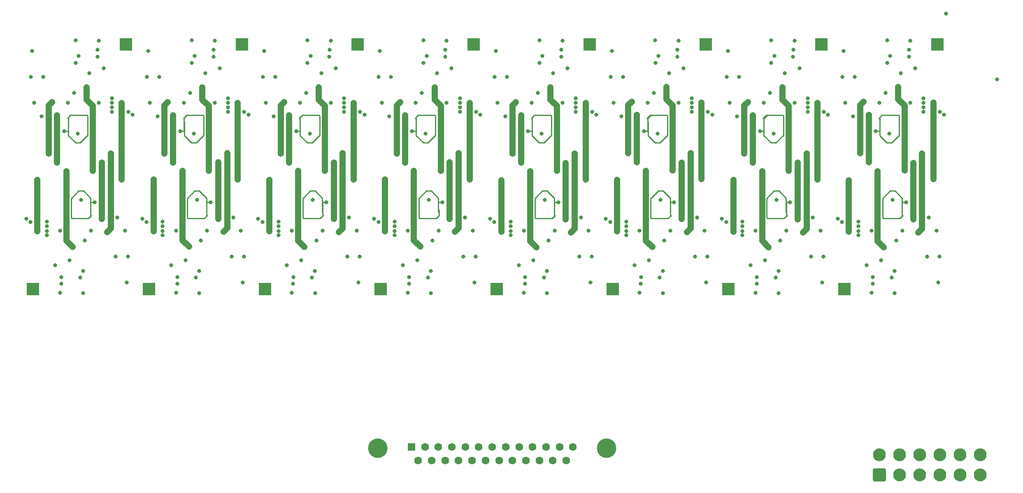
<source format=gbr>
%TF.GenerationSoftware,KiCad,Pcbnew,(6.0.7)*%
%TF.CreationDate,2022-08-12T11:14:58-05:00*%
%TF.ProjectId,SAQ-Readout,5341512d-5265-4616-946f-75742e6b6963,rev?*%
%TF.SameCoordinates,Original*%
%TF.FileFunction,Copper,L3,Inr*%
%TF.FilePolarity,Positive*%
%FSLAX46Y46*%
G04 Gerber Fmt 4.6, Leading zero omitted, Abs format (unit mm)*
G04 Created by KiCad (PCBNEW (6.0.7)) date 2022-08-12 11:14:58*
%MOMM*%
%LPD*%
G01*
G04 APERTURE LIST*
G04 Aperture macros list*
%AMRoundRect*
0 Rectangle with rounded corners*
0 $1 Rounding radius*
0 $2 $3 $4 $5 $6 $7 $8 $9 X,Y pos of 4 corners*
0 Add a 4 corners polygon primitive as box body*
4,1,4,$2,$3,$4,$5,$6,$7,$8,$9,$2,$3,0*
0 Add four circle primitives for the rounded corners*
1,1,$1+$1,$2,$3*
1,1,$1+$1,$4,$5*
1,1,$1+$1,$6,$7*
1,1,$1+$1,$8,$9*
0 Add four rect primitives between the rounded corners*
20,1,$1+$1,$2,$3,$4,$5,0*
20,1,$1+$1,$4,$5,$6,$7,0*
20,1,$1+$1,$6,$7,$8,$9,0*
20,1,$1+$1,$8,$9,$2,$3,0*%
G04 Aperture macros list end*
%TA.AperFunction,ComponentPad*%
%ADD10R,2.500000X2.500000*%
%TD*%
%TA.AperFunction,ComponentPad*%
%ADD11RoundRect,0.250000X1.070000X-1.070000X1.070000X1.070000X-1.070000X1.070000X-1.070000X-1.070000X0*%
%TD*%
%TA.AperFunction,ComponentPad*%
%ADD12C,2.640000*%
%TD*%
%TA.AperFunction,ComponentPad*%
%ADD13C,4.000000*%
%TD*%
%TA.AperFunction,ComponentPad*%
%ADD14R,1.600000X1.600000*%
%TD*%
%TA.AperFunction,ComponentPad*%
%ADD15C,1.600000*%
%TD*%
%TA.AperFunction,ViaPad*%
%ADD16C,0.800000*%
%TD*%
%TA.AperFunction,Conductor*%
%ADD17C,0.250000*%
%TD*%
%TA.AperFunction,Conductor*%
%ADD18C,0.254000*%
%TD*%
%TA.AperFunction,Conductor*%
%ADD19C,1.270000*%
%TD*%
G04 APERTURE END LIST*
D10*
%TO.N,VDD*%
%TO.C,TP2*%
X150918861Y-108060067D03*
%TD*%
%TO.N,VDD*%
%TO.C,TP2*%
X74641077Y-57691867D03*
%TD*%
D11*
%TO.N,GND*%
%TO.C,J2*%
X229666800Y-146304000D03*
D12*
X233806800Y-146304000D03*
%TO.N,+9V*%
X237946800Y-146304000D03*
%TO.N,+5V*%
X242086800Y-146304000D03*
%TO.N,-15V*%
X246226800Y-146304000D03*
%TO.N,+15V*%
X250366800Y-146304000D03*
%TO.N,GND*%
X229666800Y-142164000D03*
X233806800Y-142164000D03*
%TO.N,+9V*%
X237946800Y-142164000D03*
%TO.N,+5V*%
X242086800Y-142164000D03*
%TO.N,-15V*%
X246226800Y-142164000D03*
%TO.N,+15V*%
X250366800Y-142164000D03*
%TD*%
D10*
%TO.N,VDD*%
%TO.C,TP2*%
X217745733Y-57691867D03*
%TD*%
%TO.N,VDD*%
%TO.C,TP2*%
X79366533Y-108060067D03*
%TD*%
%TO.N,VDD*%
%TO.C,TP2*%
X55515757Y-108060067D03*
%TD*%
%TO.N,VDD*%
%TO.C,TP2*%
X170044181Y-57691867D03*
%TD*%
%TO.N,VDD*%
%TO.C,TP2*%
X198620413Y-108060067D03*
%TD*%
%TO.N,VDD*%
%TO.C,TP2*%
X122342629Y-57691867D03*
%TD*%
%TO.N,VDD*%
%TO.C,TP2*%
X241596509Y-57691867D03*
%TD*%
%TO.N,VDD*%
%TO.C,TP2*%
X127068085Y-108060067D03*
%TD*%
%TO.N,VDD*%
%TO.C,TP2*%
X222471189Y-108060067D03*
%TD*%
%TO.N,VDD*%
%TO.C,TP2*%
X174769637Y-108060067D03*
%TD*%
%TO.N,VDD*%
%TO.C,TP2*%
X103217309Y-108060067D03*
%TD*%
%TO.N,VDD*%
%TO.C,TP2*%
X98491853Y-57691867D03*
%TD*%
%TO.N,VDD*%
%TO.C,TP2*%
X193894957Y-57691867D03*
%TD*%
%TO.N,VDD*%
%TO.C,TP2*%
X146193405Y-57691867D03*
%TD*%
D13*
%TO.N,GND*%
%TO.C,J1*%
X126457400Y-140844669D03*
X173557400Y-140844669D03*
D14*
%TO.N,CH5*%
X133387400Y-140544669D03*
D15*
%TO.N,CH7*%
X136157400Y-140544669D03*
%TO.N,CH9*%
X138927400Y-140544669D03*
%TO.N,CH11*%
X141697400Y-140544669D03*
%TO.N,CH13*%
X144467400Y-140544669D03*
%TO.N,CH15*%
X147237400Y-140544669D03*
%TO.N,CH16*%
X150007400Y-140544669D03*
%TO.N,CH14*%
X152777400Y-140544669D03*
%TO.N,CH12*%
X155547400Y-140544669D03*
%TO.N,CH10*%
X158317400Y-140544669D03*
%TO.N,CH8*%
X161087400Y-140544669D03*
%TO.N,CH6*%
X163857400Y-140544669D03*
%TO.N,CH4*%
X166627400Y-140544669D03*
%TO.N,CH3*%
X134772400Y-143384669D03*
%TO.N,CH1*%
X137542400Y-143384669D03*
%TO.N,GND*%
X140312400Y-143384669D03*
X143082400Y-143384669D03*
X145852400Y-143384669D03*
X148622400Y-143384669D03*
X151392400Y-143384669D03*
X154162400Y-143384669D03*
X156932400Y-143384669D03*
X159702400Y-143384669D03*
X162472400Y-143384669D03*
%TO.N,CH2*%
X165242400Y-143384669D03*
%TD*%
D16*
%TO.N,GND*%
X153763661Y-95103867D03*
X153763661Y-94189467D03*
X88789053Y-60054067D03*
X177614437Y-95103867D03*
X162525781Y-63610067D03*
X174971957Y-69706067D03*
X238751709Y-68766267D03*
X102810029Y-64372067D03*
X208323213Y-105697867D03*
X136770885Y-105697867D03*
X187444237Y-90203867D03*
X58360557Y-96985667D03*
X85183133Y-106967867D03*
X146346685Y-106713867D03*
X143348605Y-69680667D03*
X114824229Y-63610067D03*
X128845205Y-72474667D03*
X225315989Y-95103867D03*
X235779909Y-58784067D03*
X176902357Y-64372067D03*
X218153013Y-101379867D03*
X95647053Y-68766267D03*
X71796277Y-71562467D03*
X225315989Y-96071267D03*
X209263013Y-98077867D03*
X69078477Y-56904467D03*
X138675005Y-63610067D03*
X95647053Y-71562467D03*
X164481581Y-56904467D03*
X104994429Y-72474667D03*
X144060685Y-101379867D03*
X98899133Y-101379867D03*
X132884685Y-106967867D03*
X64938277Y-60054067D03*
X176546757Y-72474667D03*
X82211333Y-96985667D03*
X158437261Y-102141867D03*
X63998477Y-67674067D03*
X109668029Y-75548067D03*
X58360557Y-95103867D03*
X58360557Y-96071267D03*
X194302237Y-101379867D03*
X157369581Y-75548067D03*
X177614437Y-96985667D03*
X110735709Y-102141867D03*
X167199381Y-69680667D03*
X92675253Y-58784067D03*
X161561461Y-98077867D03*
X239463789Y-101379867D03*
X74438757Y-96045867D03*
X103064029Y-59038067D03*
X241394189Y-96045867D03*
X55362477Y-59038067D03*
X109033909Y-106967867D03*
X184472437Y-105697867D03*
X238751709Y-70648067D03*
X115891909Y-90203867D03*
X134586485Y-102141867D03*
X90973453Y-63610067D03*
X71796277Y-68766267D03*
X119497829Y-70648067D03*
X204437013Y-106967867D03*
X119497829Y-69680667D03*
X116526029Y-58784067D03*
X198822733Y-69706067D03*
X188078357Y-58784067D03*
X210227333Y-63610067D03*
X82211333Y-95103867D03*
X79213253Y-59038067D03*
X146600685Y-101379867D03*
X238751709Y-71562467D03*
X98645133Y-106713867D03*
X168267061Y-93277267D03*
X137710685Y-98077867D03*
X119497829Y-71562467D03*
X71796277Y-70648067D03*
X150765581Y-59038067D03*
X191050157Y-68766267D03*
X112639829Y-60054067D03*
X159401581Y-67674067D03*
X214900933Y-68766267D03*
X151121181Y-69706067D03*
X170197461Y-106713867D03*
X211929133Y-58784067D03*
X167911461Y-101379867D03*
X224248309Y-72474667D03*
X164227581Y-58784067D03*
X184192157Y-60054067D03*
X228921909Y-75548067D03*
X82211333Y-96071267D03*
X169841861Y-96045867D03*
X129912885Y-96985667D03*
X63034157Y-102141867D03*
X55718077Y-69706067D03*
X201465213Y-94189467D03*
X167199381Y-68766267D03*
X72863957Y-93277267D03*
X143348605Y-70648067D03*
X58360557Y-94189467D03*
X135550805Y-67674067D03*
X119497829Y-68766267D03*
X156481461Y-108847467D03*
X198213133Y-64372067D03*
X174362357Y-64372067D03*
X122140309Y-96045867D03*
X185412237Y-98077867D03*
X239819389Y-93277267D03*
X87849253Y-67674067D03*
X89069333Y-105697867D03*
X143348605Y-71562467D03*
X129200805Y-64372067D03*
X229989589Y-102141867D03*
X225315989Y-94189467D03*
X207103133Y-67674067D03*
X68190357Y-90203867D03*
X211295013Y-90203867D03*
X198467133Y-59038067D03*
X96714733Y-93277267D03*
X57292877Y-72474667D03*
X126660805Y-64372067D03*
X193692637Y-96045867D03*
X214900933Y-69680667D03*
X96359133Y-101379867D03*
X222673509Y-69706067D03*
X180586237Y-106967867D03*
X191050157Y-70648067D03*
X217899013Y-106713867D03*
X79568853Y-69706067D03*
X95647053Y-70648067D03*
X140630805Y-56904467D03*
X84929133Y-108847467D03*
X206138813Y-102141867D03*
X243382800Y-51308000D03*
X186376557Y-63610067D03*
X253847600Y-64871600D03*
X225315989Y-96985667D03*
X145991085Y-96045867D03*
X201465213Y-95103867D03*
X136490605Y-60054067D03*
X222063909Y-64372067D03*
X106062109Y-95103867D03*
X235145789Y-90203867D03*
X181220357Y-75548067D03*
X241749789Y-106713867D03*
X214900933Y-71562467D03*
X67122677Y-63610067D03*
X153051581Y-64372067D03*
X61078357Y-108847467D03*
X177614437Y-96071267D03*
X230953909Y-67674067D03*
X215613013Y-101379867D03*
X144416285Y-93277267D03*
X180332237Y-108847467D03*
X174616357Y-59038067D03*
X120209909Y-101379867D03*
X170451461Y-101379867D03*
X57648477Y-64372067D03*
X106062109Y-96071267D03*
X126914805Y-59038067D03*
X129912885Y-94189467D03*
X192117837Y-93277267D03*
X222317909Y-59038067D03*
X85817253Y-75548067D03*
X236033909Y-56904467D03*
X68824477Y-58784067D03*
X129912885Y-95103867D03*
X242003789Y-101379867D03*
X92041133Y-90203867D03*
X228287789Y-106967867D03*
X177614437Y-94189467D03*
X106062109Y-94189467D03*
X81499253Y-64372067D03*
X72508357Y-101379867D03*
X205071133Y-75548067D03*
X200753133Y-64372067D03*
X191050157Y-69680667D03*
X153763661Y-96985667D03*
X106062109Y-96985667D03*
X111700029Y-67674067D03*
X65218557Y-105697867D03*
X163593461Y-90203867D03*
X108779909Y-108847467D03*
X120565509Y-93277267D03*
X183252357Y-67674067D03*
X113859909Y-98077867D03*
X167199381Y-71562467D03*
X74794357Y-106713867D03*
X160341381Y-60054067D03*
X238751709Y-69680667D03*
X228033789Y-108847467D03*
X152695981Y-72474667D03*
X140376805Y-58784067D03*
X129912885Y-96071267D03*
X153763661Y-96071267D03*
X217543413Y-96045867D03*
X188332357Y-56904467D03*
X105350029Y-64372067D03*
X116780029Y-56904467D03*
X66158357Y-98077867D03*
X194048237Y-106713867D03*
X201465213Y-96985667D03*
X204183013Y-108847467D03*
X61966477Y-75548067D03*
X182288037Y-102141867D03*
X224603909Y-64372067D03*
X215968613Y-93277267D03*
X212183133Y-56904467D03*
X95647053Y-69680667D03*
X71796277Y-69680667D03*
X81143653Y-72474667D03*
X191762237Y-101379867D03*
X55108477Y-64372067D03*
X122749909Y-101379867D03*
X122495909Y-106713867D03*
X98289533Y-96045867D03*
X127270405Y-69706067D03*
X231893709Y-60054067D03*
X86884933Y-102141867D03*
X82211333Y-94189467D03*
X143348605Y-68766267D03*
X132630685Y-108847467D03*
X112920109Y-105697867D03*
X201465213Y-96071267D03*
X160621661Y-105697867D03*
X234078109Y-63610067D03*
X214900933Y-70648067D03*
X75048357Y-101379867D03*
X103419629Y-69706067D03*
X78959253Y-64372067D03*
X92929253Y-56904467D03*
X200397533Y-72474667D03*
X133518805Y-75548067D03*
X232173989Y-105697867D03*
X150511581Y-64372067D03*
X191050157Y-71562467D03*
X61332357Y-106967867D03*
X90009133Y-98077867D03*
X139742685Y-90203867D03*
X167199381Y-70648067D03*
X233113789Y-98077867D03*
X156735461Y-106967867D03*
X208042933Y-60054067D03*
%TO.N,VDD*%
X109059309Y-105570867D03*
X132910085Y-105570867D03*
X147565005Y-72144467D03*
X197248813Y-93607467D03*
X125696485Y-93607467D03*
X149547261Y-93607467D03*
X85208533Y-105570867D03*
X242079109Y-71534867D03*
X194377557Y-71534867D03*
X98974453Y-71534867D03*
X75123677Y-71534867D03*
X123714229Y-72144467D03*
X76012677Y-72144467D03*
X99863453Y-72144467D03*
X55033157Y-94217067D03*
X140351405Y-60181067D03*
X188052957Y-60181067D03*
X156760861Y-105570867D03*
X242968109Y-72144467D03*
X126585485Y-94217067D03*
X171415781Y-72144467D03*
X146676005Y-71534867D03*
X170526781Y-71534867D03*
X61357757Y-105570867D03*
X221099589Y-93607467D03*
X164202181Y-60181067D03*
X211903733Y-60181067D03*
X116500629Y-60181067D03*
X180611637Y-105570867D03*
X173398037Y-93607467D03*
X150436261Y-94217067D03*
X174287037Y-94217067D03*
X219117333Y-72144467D03*
X204462413Y-105570867D03*
X54144157Y-93607467D03*
X195266557Y-72144467D03*
X78883933Y-94217067D03*
X221988589Y-94217067D03*
X198137813Y-94217067D03*
X92649853Y-60181067D03*
X77994933Y-93607467D03*
X235754509Y-60181067D03*
X102734709Y-94217067D03*
X228313189Y-105570867D03*
X101845709Y-93607467D03*
X218228333Y-71534867D03*
X68799077Y-60181067D03*
X122825229Y-71534867D03*
%TO.N,+15V*%
X205833133Y-69706067D03*
X162831461Y-96045867D03*
X70730357Y-96299867D03*
X177969157Y-80120067D03*
X154829581Y-69452067D03*
X142993709Y-80043867D03*
X210533013Y-96045867D03*
X178680357Y-69452067D03*
X106442757Y-80196267D03*
X225695933Y-80120067D03*
X158131581Y-69706067D03*
X82541357Y-80196267D03*
X119168509Y-80094667D03*
X213835013Y-96299867D03*
X58690757Y-80196267D03*
X154169357Y-80196267D03*
X110430029Y-69706067D03*
X107128029Y-69452067D03*
X238396109Y-80170867D03*
X237685789Y-96299867D03*
X226381909Y-69452067D03*
X86579253Y-69706067D03*
X186682237Y-96045867D03*
X214647109Y-80145467D03*
X71467133Y-80120067D03*
X189984237Y-96299867D03*
X166133461Y-96299867D03*
X229683909Y-69706067D03*
X59426477Y-69452067D03*
X118431909Y-96299867D03*
X234383789Y-96045867D03*
X95419509Y-80043867D03*
X134280805Y-69706067D03*
X181982357Y-69706067D03*
X83277253Y-69452067D03*
X115129909Y-96045867D03*
X67428357Y-96045867D03*
X62728477Y-69706067D03*
X130318757Y-80196267D03*
X166895109Y-80170867D03*
X201845157Y-80196267D03*
X190745709Y-80094667D03*
X94581133Y-96299867D03*
X130978805Y-69452067D03*
X142282685Y-96299867D03*
X91279133Y-96045867D03*
X202531133Y-69452067D03*
X138980685Y-96045867D03*
%TO.N,-15V*%
X117271976Y-81864200D03*
X156032024Y-81965800D03*
X60553424Y-81965800D03*
X188332357Y-69706067D03*
X141097176Y-81813400D03*
X212750576Y-81915000D03*
X132630685Y-96045867D03*
X132045605Y-72144467D03*
X228033789Y-96045867D03*
X227558600Y-81889600D03*
X180332237Y-96045867D03*
X164481581Y-69706067D03*
X132181424Y-81965800D03*
X164998576Y-81940400D03*
X93514333Y-93607467D03*
X108305424Y-81965800D03*
X108194829Y-72144467D03*
X60493277Y-72144467D03*
X69663557Y-93607467D03*
X236033909Y-69706067D03*
X212183133Y-69706067D03*
X108779909Y-96045867D03*
X93522976Y-81813400D03*
X116780029Y-69706067D03*
X141215885Y-93607467D03*
X84929133Y-96045867D03*
X140630805Y-69706067D03*
X117365109Y-93607467D03*
X92929253Y-69706067D03*
X204183013Y-96045867D03*
X156481461Y-96045867D03*
X203597933Y-72144467D03*
X212768213Y-93607467D03*
X84404024Y-81965800D03*
X69078477Y-69706067D03*
X69570600Y-81889600D03*
X188917437Y-93607467D03*
X155896381Y-72144467D03*
X179747157Y-72144467D03*
X188849176Y-81864200D03*
X236618989Y-93607467D03*
X165066661Y-93607467D03*
X61078357Y-96045867D03*
X203707824Y-81965800D03*
X227448709Y-72144467D03*
X179831824Y-81889600D03*
X236499576Y-81940400D03*
X84344053Y-72144467D03*
%TO.N,+9V*%
X104090133Y-85495643D03*
X203167013Y-103157867D03*
X237049909Y-62594067D03*
X83913133Y-103157867D03*
X216856557Y-85504867D03*
X80341133Y-85444843D03*
X121454157Y-85504867D03*
X56388757Y-96147467D03*
X175642637Y-96147467D03*
X223344189Y-96147467D03*
X179316237Y-103157867D03*
X73702157Y-85504867D03*
X223317733Y-85571843D03*
X199568733Y-85546443D03*
X73768077Y-69604467D03*
X151816733Y-85571843D03*
X145320405Y-69604467D03*
X199493413Y-96147467D03*
X107763909Y-103157867D03*
X56388757Y-85521043D03*
X151791861Y-96147467D03*
X240707333Y-85428667D03*
X216872733Y-69604467D03*
X97552757Y-85504867D03*
X240723509Y-69604467D03*
X117796029Y-62594067D03*
X127915333Y-85444843D03*
X227017789Y-103157867D03*
X169180757Y-85504867D03*
X193021957Y-69604467D03*
X213199133Y-62594067D03*
X141646805Y-62594067D03*
X97618853Y-69604467D03*
X145330157Y-85504867D03*
X127941085Y-96147467D03*
X169171181Y-69604467D03*
X165497581Y-62594067D03*
X60062357Y-103157867D03*
X192980557Y-85428667D03*
X80239533Y-96147467D03*
X189348357Y-62594067D03*
X104090309Y-96147467D03*
X155465461Y-103157867D03*
X175667333Y-85495643D03*
X93945253Y-62594067D03*
X70094477Y-62594067D03*
X121469629Y-69604467D03*
X131614685Y-103157867D03*
%TO.N,+5V*%
X133866643Y-83582933D03*
X111319909Y-99347867D03*
X63618357Y-99347867D03*
X110041443Y-83633733D03*
X139428891Y-83735333D03*
X233493909Y-66404067D03*
X135170685Y-99347867D03*
X86292443Y-83582933D03*
X229269043Y-83709933D03*
X182872237Y-99347867D03*
X87469133Y-99347867D03*
X161941581Y-66404067D03*
X91651491Y-83735333D03*
X62340067Y-83659133D03*
X66538477Y-66404067D03*
X206723013Y-99347867D03*
X209643133Y-66404067D03*
X230573789Y-99347867D03*
X90389253Y-66404067D03*
X138090805Y-66404067D03*
X159021461Y-99347867D03*
X234806067Y-83659133D03*
X114240029Y-66404067D03*
X115552891Y-83735333D03*
X187079291Y-83659133D03*
X210955291Y-83735333D03*
X157768043Y-83709933D03*
X181618643Y-83633733D03*
X205520043Y-83684533D03*
X185792357Y-66404067D03*
X163279491Y-83735333D03*
X67800891Y-83735333D03*
%TO.N,Net-(C1-Pad2)*%
X207422133Y-61451067D03*
X231272909Y-61451067D03*
X89690133Y-104300867D03*
X232808989Y-108923667D03*
X185107437Y-108923667D03*
X185093237Y-104300867D03*
X135855605Y-56828267D03*
X208958213Y-108923667D03*
X88168253Y-61451067D03*
X208944013Y-104300867D03*
X65839357Y-104300867D03*
X112004829Y-56828267D03*
X183571357Y-61451067D03*
X161256661Y-108923667D03*
X137391685Y-104300867D03*
X64317477Y-61451067D03*
X159706381Y-56828267D03*
X135869805Y-61451067D03*
X232794789Y-104300867D03*
X159720581Y-61451067D03*
X207407933Y-56828267D03*
X88154053Y-56828267D03*
X113555109Y-108923667D03*
X65853557Y-108923667D03*
X231258709Y-56828267D03*
X161242461Y-104300867D03*
X89704333Y-108923667D03*
X64303277Y-56828267D03*
X137405885Y-108923667D03*
X112019029Y-61451067D03*
X183557157Y-56828267D03*
X113540909Y-104300867D03*
%TO.N,/Integrator2/CH-IN*%
X64760477Y-76081467D03*
X208501013Y-89670467D03*
X160163581Y-76081467D03*
X88611253Y-76081467D03*
X136312805Y-76081467D03*
X136948685Y-89670467D03*
X232351789Y-89670467D03*
X112462029Y-76081467D03*
X113097909Y-89670467D03*
X160799461Y-89670467D03*
X89247133Y-89670467D03*
X65396357Y-89670467D03*
X184014357Y-76081467D03*
X231715909Y-76081467D03*
X207865133Y-76081467D03*
X184650237Y-89670467D03*
%TD*%
D17*
%TO.N,GND*%
X114782688Y-93345088D02*
X115256909Y-92870867D01*
X210493263Y-93037617D02*
X210490240Y-93040640D01*
X162044681Y-72246067D02*
X158639581Y-72246067D01*
X67388607Y-93037617D02*
X67182912Y-93243312D01*
X157369581Y-75548067D02*
X158131581Y-75548067D01*
X184506358Y-77906568D02*
X186046357Y-76366569D01*
X67182912Y-93243312D02*
X67555357Y-92870867D01*
X133518805Y-75548067D02*
X134280805Y-75548067D01*
X65888358Y-87845366D02*
X64904356Y-87845366D01*
X134320555Y-75508317D02*
X134320555Y-72714317D01*
X234320289Y-89321865D02*
X232843790Y-87845366D01*
X90771133Y-93505867D02*
X91173300Y-93103700D01*
X90643253Y-76366569D02*
X90643253Y-72396967D01*
X208993014Y-87845366D02*
X208009012Y-87845366D01*
X139742685Y-90203867D02*
X138980685Y-90203867D01*
X234320289Y-92173867D02*
X234320289Y-89321865D01*
X186626852Y-93053252D02*
X186809237Y-92870867D01*
X88119252Y-77906568D02*
X89103254Y-77906568D01*
X205071133Y-75548067D02*
X205833133Y-75548067D01*
X228921909Y-75548067D02*
X229683909Y-75548067D01*
X114343129Y-72246067D02*
X110938029Y-72246067D01*
X183522356Y-77906568D02*
X184506358Y-77906568D01*
X182045857Y-76430069D02*
X183522356Y-77906568D01*
X138940935Y-90243617D02*
X138940935Y-91640265D01*
X63364357Y-93354967D02*
X63515257Y-93505867D01*
X62768227Y-75508317D02*
X62768227Y-72714317D01*
X62768227Y-72714317D02*
X62966072Y-72516472D01*
X163593461Y-90203867D02*
X162831461Y-90203867D01*
X208009012Y-87845366D02*
X206469013Y-89385365D01*
X115891909Y-90203867D02*
X115129909Y-90203867D01*
X66641577Y-72246067D02*
X63236477Y-72246067D01*
X230191909Y-72246067D02*
X230009788Y-72428188D01*
X182769137Y-93505867D02*
X186174237Y-93505867D01*
X91215633Y-89321865D02*
X89739134Y-87845366D01*
X162195581Y-76366569D02*
X162195581Y-72396967D01*
X233747909Y-76366569D02*
X233747909Y-72396967D01*
X139107685Y-91807015D02*
X138940935Y-91640265D01*
X134788805Y-72246067D02*
X134429236Y-72605636D01*
X115090159Y-90243617D02*
X115090159Y-93037617D01*
X182490357Y-72246067D02*
X181855357Y-72881067D01*
X182022107Y-72943093D02*
X182719133Y-72246067D01*
X135820804Y-77906568D02*
X136804806Y-77906568D01*
X110493529Y-73578067D02*
X110493529Y-76430069D01*
X111065909Y-89385365D02*
X111065909Y-93354967D01*
X233597009Y-72246067D02*
X230191909Y-72246067D01*
X211295013Y-90203867D02*
X210533013Y-90203867D01*
X206341133Y-72246067D02*
X205706133Y-72881067D01*
X138917185Y-89321865D02*
X137440686Y-87845366D01*
X186046357Y-72396967D02*
X185895457Y-72246067D01*
X85817253Y-75548067D02*
X86579253Y-75548067D01*
X87366033Y-93505867D02*
X90771133Y-93505867D01*
X158419624Y-72466024D02*
X158004581Y-72881067D01*
X65252478Y-77906568D02*
X66792477Y-76366569D01*
X210493263Y-90243617D02*
X210493263Y-93037617D01*
X115066409Y-92173867D02*
X115066409Y-89321865D01*
X160655582Y-77906568D02*
X162195581Y-76366569D01*
X182719133Y-72246067D02*
X182490357Y-72246067D01*
X159671580Y-77906568D02*
X160655582Y-77906568D01*
X210490240Y-93040640D02*
X210660013Y-92870867D01*
X134344305Y-76430069D02*
X135820804Y-77906568D01*
X63364357Y-89385365D02*
X63364357Y-93354967D01*
X87215133Y-72246067D02*
X87841667Y-72246067D01*
X115066409Y-89321865D02*
X113589910Y-87845366D01*
X86619003Y-75508317D02*
X86619003Y-72842197D01*
X134344305Y-73578067D02*
X134344305Y-76430069D01*
X231859788Y-87845366D02*
X230319789Y-89385365D01*
X186174237Y-93505867D02*
X186626852Y-93053252D01*
X230319789Y-89385365D02*
X230319789Y-93354967D01*
X87215133Y-89385365D02*
X87215133Y-93354967D01*
X235145789Y-90203867D02*
X234383789Y-90203867D01*
X90643253Y-72396967D02*
X90492353Y-72246067D01*
X162767961Y-89321865D02*
X161291462Y-87845366D01*
X182045857Y-73578067D02*
X182045857Y-76430069D01*
X184158236Y-87845366D02*
X182618237Y-89385365D01*
X186046357Y-76366569D02*
X186046357Y-72396967D01*
X110493529Y-76430069D02*
X111970028Y-77906568D01*
X205896633Y-73578067D02*
X205896633Y-76430069D01*
X160307460Y-87845366D02*
X158767461Y-89385365D01*
X233875789Y-93505867D02*
X234099628Y-93282028D01*
X66920357Y-93505867D02*
X67182912Y-93243312D01*
X162791711Y-93037617D02*
X162323461Y-93505867D01*
X87087253Y-72246067D02*
X86452253Y-72881067D01*
X67388607Y-90243617D02*
X67388607Y-93037617D01*
X109668029Y-75548067D02*
X110430029Y-75548067D01*
X112605908Y-87845366D02*
X111065909Y-89385365D01*
X162323461Y-93505867D02*
X162958461Y-92870867D01*
X230319789Y-93354967D02*
X230470689Y-93505867D01*
X115090159Y-93037617D02*
X114782688Y-93345088D01*
X138344805Y-76366569D02*
X138344805Y-72396967D01*
X138344805Y-72396967D02*
X138193905Y-72246067D01*
X162195581Y-72396967D02*
X162044681Y-72246067D01*
X87215133Y-93354967D02*
X87366033Y-93505867D01*
X205872883Y-72968317D02*
X206595133Y-72246067D01*
X210469513Y-92173867D02*
X210469513Y-89321865D01*
X182022107Y-75508317D02*
X182022107Y-72943093D01*
X158767461Y-89385365D02*
X158767461Y-93354967D01*
X114494029Y-72396967D02*
X114343129Y-72246067D01*
X206619913Y-93505867D02*
X210025013Y-93505867D01*
X206469013Y-93354967D02*
X206619913Y-93505867D01*
X110469779Y-75508317D02*
X110469779Y-72714317D01*
X158171331Y-72714317D02*
X158419624Y-72466024D01*
X138472685Y-93505867D02*
X139107685Y-92870867D01*
X86642753Y-73578067D02*
X86642753Y-76430069D01*
X234099628Y-93282028D02*
X234510789Y-92870867D01*
X158639581Y-72246067D02*
X158419624Y-72466024D01*
X205872883Y-75508317D02*
X205872883Y-72968317D01*
X86642753Y-76430069D02*
X88119252Y-77906568D01*
X206469013Y-89385365D02*
X206469013Y-93354967D01*
X229747409Y-76430069D02*
X231223908Y-77906568D01*
X207373132Y-77906568D02*
X208357134Y-77906568D01*
X110692848Y-72491248D02*
X110303029Y-72881067D01*
X158195081Y-76430069D02*
X159671580Y-77906568D01*
X138917185Y-92173867D02*
X138917185Y-89321865D01*
X186642487Y-90243617D02*
X186642487Y-93037617D01*
X92041133Y-90203867D02*
X91279133Y-90203867D01*
X158195081Y-73578067D02*
X158195081Y-76430069D01*
X63515257Y-93505867D02*
X66920357Y-93505867D01*
X206595133Y-72246067D02*
X206341133Y-72246067D01*
X111065909Y-93354967D02*
X111216809Y-93505867D01*
X234344039Y-90243617D02*
X234344039Y-93037617D01*
X135067585Y-93505867D02*
X138472685Y-93505867D01*
X66792477Y-76366569D02*
X66792477Y-72396967D01*
X230009788Y-72428188D02*
X229556909Y-72881067D01*
X91173300Y-93103700D02*
X91406133Y-92870867D01*
X64904356Y-87845366D02*
X63364357Y-89385365D01*
X182618237Y-93354967D02*
X182769137Y-93505867D01*
X139107685Y-92870867D02*
X139107685Y-91807015D01*
X162767961Y-92173867D02*
X162767961Y-89321865D01*
X230470689Y-93505867D02*
X233875789Y-93505867D01*
X210469513Y-89321865D02*
X208993014Y-87845366D01*
X89739134Y-87845366D02*
X88755132Y-87845366D01*
X186618737Y-92173867D02*
X186618737Y-89321865D01*
X182618237Y-89385365D02*
X182618237Y-93354967D01*
X87841667Y-72246067D02*
X87087253Y-72246067D01*
X86619003Y-72842197D02*
X87215133Y-72246067D01*
X229747409Y-73578067D02*
X229747409Y-76430069D01*
X161291462Y-87845366D02*
X160307460Y-87845366D01*
X68190357Y-90203867D02*
X67428357Y-90203867D01*
X186618737Y-89321865D02*
X185142238Y-87845366D01*
X138940935Y-91640265D02*
X138940935Y-91950616D01*
X91239383Y-93037617D02*
X91173300Y-93103700D01*
X62791977Y-73578067D02*
X62791977Y-76430069D01*
X110938029Y-72246067D02*
X110692848Y-72491248D01*
X208357134Y-77906568D02*
X209897133Y-76366569D01*
X186642487Y-93037617D02*
X186626852Y-93053252D01*
X89103254Y-77906568D02*
X90643253Y-76366569D01*
X63236477Y-72246067D02*
X62966072Y-72516472D01*
X209746233Y-72246067D02*
X206595133Y-72246067D01*
X210025013Y-93505867D02*
X210490240Y-93040640D01*
X181220357Y-75548067D02*
X181982357Y-75548067D01*
X91215633Y-92173867D02*
X91215633Y-89321865D01*
X112954030Y-77906568D02*
X114494029Y-76366569D01*
X158767461Y-93354967D02*
X158918361Y-93505867D01*
X137440686Y-87845366D02*
X136456684Y-87845366D01*
X62791977Y-76430069D02*
X64268476Y-77906568D01*
X158918361Y-93505867D02*
X162323461Y-93505867D01*
X134320555Y-72714317D02*
X134429236Y-72605636D01*
X67364857Y-92173867D02*
X67364857Y-89321865D01*
X209897133Y-76366569D02*
X209897133Y-72396967D01*
X229723659Y-75508317D02*
X229723659Y-72714317D01*
X111970028Y-77906568D02*
X112954030Y-77906568D01*
X134429236Y-72605636D02*
X134153805Y-72881067D01*
X67364857Y-89321865D02*
X65888358Y-87845366D01*
X111216809Y-93505867D02*
X114621909Y-93505867D01*
X234344039Y-93037617D02*
X234099628Y-93282028D01*
X110469779Y-72714317D02*
X110692848Y-72491248D01*
X187444237Y-90203867D02*
X186682237Y-90203867D01*
X229723659Y-72714317D02*
X230009788Y-72428188D01*
X136804806Y-77906568D02*
X138344805Y-76366569D01*
X185142238Y-87845366D02*
X184158236Y-87845366D01*
X138193905Y-72246067D02*
X134788805Y-72246067D01*
X158171331Y-75508317D02*
X158171331Y-72714317D01*
X231223908Y-77906568D02*
X232207910Y-77906568D01*
X64268476Y-77906568D02*
X65252478Y-77906568D01*
X209897133Y-72396967D02*
X209746233Y-72246067D01*
X62966072Y-72516472D02*
X62601477Y-72881067D01*
X162791711Y-90243617D02*
X162791711Y-93037617D01*
X66792477Y-72396967D02*
X66641577Y-72246067D01*
X185895457Y-72246067D02*
X182719133Y-72246067D01*
X232843790Y-87845366D02*
X231859788Y-87845366D01*
X114494029Y-76366569D02*
X114494029Y-72396967D01*
X233747909Y-72396967D02*
X233597009Y-72246067D01*
X205896633Y-76430069D02*
X207373132Y-77906568D01*
X134916685Y-93354967D02*
X135067585Y-93505867D01*
X61966477Y-75548067D02*
X62728477Y-75548067D01*
X134916685Y-89385365D02*
X134916685Y-93354967D01*
X88755132Y-87845366D02*
X87215133Y-89385365D01*
X136456684Y-87845366D02*
X134916685Y-89385365D01*
X114621909Y-93505867D02*
X114782688Y-93345088D01*
X91239383Y-90243617D02*
X91239383Y-93037617D01*
X113589910Y-87845366D02*
X112605908Y-87845366D01*
X232207910Y-77906568D02*
X233747909Y-76366569D01*
X90492353Y-72246067D02*
X87841667Y-72246067D01*
D18*
%TO.N,VDD*%
X92892727Y-60181067D02*
X92649853Y-60181067D01*
X84965659Y-105570867D02*
X85208533Y-105570867D01*
X116743503Y-60181067D02*
X116500629Y-60181067D01*
X132667211Y-105570867D02*
X132910085Y-105570867D01*
X164445055Y-60181067D02*
X164202181Y-60181067D01*
X212146607Y-60181067D02*
X211903733Y-60181067D01*
X61114883Y-105570867D02*
X61357757Y-105570867D01*
X140594279Y-60181067D02*
X140351405Y-60181067D01*
X180368763Y-105570867D02*
X180611637Y-105570867D01*
X235997383Y-60181067D02*
X235754509Y-60181067D01*
X204219539Y-105570867D02*
X204462413Y-105570867D01*
X156517987Y-105570867D02*
X156760861Y-105570867D01*
X69041951Y-60181067D02*
X68799077Y-60181067D01*
X228070315Y-105570867D02*
X228313189Y-105570867D01*
X108816435Y-105570867D02*
X109059309Y-105570867D01*
X188295831Y-60181067D02*
X188052957Y-60181067D01*
D19*
%TO.N,+15V*%
X225695933Y-70138043D02*
X225695933Y-80043867D01*
X130318757Y-70214243D02*
X130318757Y-80120067D01*
X214672509Y-95563091D02*
X214672509Y-80094667D01*
X213910333Y-96325267D02*
X214672509Y-95563091D01*
X94682733Y-96223667D02*
X95444909Y-95461491D01*
X82541357Y-70214243D02*
X82541357Y-80120067D01*
X154169357Y-70214243D02*
X154169357Y-80120067D01*
X177969157Y-70138043D02*
X177969157Y-80043867D01*
X95444909Y-95461491D02*
X95444909Y-79993067D01*
X118431733Y-96274467D02*
X119193909Y-95512291D01*
X119193909Y-95512291D02*
X119193909Y-80043867D01*
X131004733Y-69528267D02*
X130318757Y-70214243D01*
X83227333Y-69528267D02*
X82541357Y-70214243D01*
X178655133Y-69452067D02*
X177969157Y-70138043D01*
X58690757Y-70214243D02*
X58690757Y-80120067D01*
X190771109Y-95512291D02*
X190771109Y-80043867D01*
X143019109Y-95461491D02*
X143019109Y-79993067D01*
X202531133Y-69528267D02*
X201845157Y-70214243D01*
X190008933Y-96274467D02*
X190771109Y-95512291D01*
X238421509Y-95588491D02*
X238421509Y-80120067D01*
X154855333Y-69528267D02*
X154169357Y-70214243D01*
X166158333Y-96350667D02*
X166920509Y-95588491D01*
X237659333Y-96350667D02*
X238421509Y-95588491D01*
X71492533Y-95537691D02*
X71492533Y-80069267D01*
X201845157Y-70214243D02*
X201845157Y-80120067D01*
X106442757Y-70214243D02*
X106442757Y-80120067D01*
X107128733Y-69528267D02*
X106442757Y-70214243D01*
X226381909Y-69452067D02*
X225695933Y-70138043D01*
X166920509Y-95588491D02*
X166920509Y-80120067D01*
X70730357Y-96299867D02*
X71492533Y-95537691D01*
X59376733Y-69528267D02*
X58690757Y-70214243D01*
X142256933Y-96223667D02*
X143019109Y-95461491D01*
%TO.N,-15V*%
X117364933Y-93582067D02*
X117364933Y-81948691D01*
X212843533Y-93632867D02*
X212843533Y-81999491D01*
X108195533Y-72220667D02*
X108195533Y-81948691D01*
X227448709Y-72144467D02*
X227448709Y-81872491D01*
X165091533Y-93658267D02*
X165091533Y-82024891D01*
X84294133Y-72220667D02*
X84294133Y-81948691D01*
X203597933Y-72220667D02*
X203597933Y-81948691D01*
X93615933Y-93531267D02*
X93615933Y-81897891D01*
X69663557Y-81974091D02*
X69638333Y-81948867D01*
X155922133Y-72220667D02*
X155922133Y-81948691D01*
X236592533Y-93658267D02*
X236592533Y-82024891D01*
X141190133Y-93531267D02*
X141190133Y-81897891D01*
X69663557Y-93607467D02*
X69663557Y-81974091D01*
X227448709Y-81872491D02*
X227448533Y-81872667D01*
X179721933Y-72144467D02*
X179721933Y-81872491D01*
X60443533Y-72220667D02*
X60443533Y-81948691D01*
X132071533Y-72220667D02*
X132071533Y-81948691D01*
X188942133Y-93582067D02*
X188942133Y-81948691D01*
%TO.N,+9V*%
X104090133Y-96122067D02*
X104090133Y-85495643D01*
X175667333Y-96122067D02*
X175667333Y-85495643D01*
X151816733Y-96198267D02*
X151816733Y-85571843D01*
X56388757Y-96147467D02*
X56388757Y-85521043D01*
X73718333Y-69680667D02*
X73718333Y-85419443D01*
X80341133Y-96071267D02*
X80341133Y-85444843D01*
X127915333Y-96071267D02*
X127915333Y-85444843D01*
X56388757Y-85514091D02*
X56379533Y-85504867D01*
X169196933Y-69680667D02*
X169196933Y-85419443D01*
X145346333Y-69680667D02*
X145346333Y-85419443D01*
X97568933Y-69680667D02*
X97568933Y-85419443D01*
X223317733Y-96198267D02*
X223317733Y-85571843D01*
X199568733Y-96172867D02*
X199568733Y-85546443D01*
X121470333Y-69680667D02*
X121470333Y-85419443D01*
X192996733Y-69604467D02*
X192996733Y-85343243D01*
X240723509Y-69604467D02*
X240723509Y-85343243D01*
X56388757Y-85521043D02*
X56388757Y-85514091D01*
X216872733Y-69680667D02*
X216872733Y-85419443D01*
X240732733Y-85352467D02*
X240723509Y-85343243D01*
%TO.N,+5V*%
X90339333Y-66480267D02*
X90339333Y-68988821D01*
X66488733Y-66480267D02*
X66488733Y-68988821D01*
X210963757Y-70309445D02*
X210963757Y-83650667D01*
X185767133Y-66404067D02*
X185767133Y-68912621D01*
X87570733Y-99271667D02*
X86275509Y-97976443D01*
X114240733Y-68988821D02*
X115561357Y-70309445D01*
X157751109Y-98103443D02*
X157751109Y-83777667D01*
X114240733Y-66480267D02*
X114240733Y-68988821D01*
X111319733Y-99322467D02*
X110024509Y-98027243D01*
X86275509Y-97976443D02*
X86275509Y-83650667D01*
X161967333Y-66480267D02*
X161967333Y-68988821D01*
X66488733Y-68988821D02*
X67809357Y-70309445D01*
X138116733Y-66480267D02*
X138116733Y-68988821D01*
X67809357Y-70309445D02*
X67809357Y-83650667D01*
X209643133Y-66480267D02*
X209643133Y-68988821D01*
X182896933Y-99322467D02*
X181601709Y-98027243D01*
X133849709Y-97976443D02*
X133849709Y-83650667D01*
X181601709Y-98027243D02*
X181601709Y-83701467D01*
X233493909Y-66404067D02*
X233493909Y-68912621D01*
X139437357Y-70309445D02*
X139437357Y-83650667D01*
X187087757Y-70233245D02*
X187087757Y-83574467D01*
X205503109Y-98078043D02*
X205503109Y-83752267D01*
X115561357Y-70309445D02*
X115561357Y-83650667D01*
X135144933Y-99271667D02*
X133849709Y-97976443D01*
X163287957Y-70309445D02*
X163287957Y-83650667D01*
X110024509Y-98027243D02*
X110024509Y-83701467D01*
X230547333Y-99398667D02*
X229252109Y-98103443D01*
X229252109Y-98103443D02*
X229252109Y-83777667D01*
X161967333Y-68988821D02*
X163287957Y-70309445D01*
X159046333Y-99398667D02*
X157751109Y-98103443D01*
X138116733Y-68988821D02*
X139437357Y-70309445D01*
X234814533Y-70233245D02*
X234814533Y-83574467D01*
X206798333Y-99373267D02*
X205503109Y-98078043D01*
X209643133Y-68988821D02*
X210963757Y-70309445D01*
X233493909Y-68912621D02*
X234814533Y-70233245D01*
X185767133Y-68912621D02*
X187087757Y-70233245D01*
X63618357Y-99347867D02*
X62323133Y-98052643D01*
X91659957Y-70309445D02*
X91659957Y-83650667D01*
X90339333Y-68988821D02*
X91659957Y-70309445D01*
X62323133Y-98052643D02*
X62323133Y-83726867D01*
%TD*%
M02*

</source>
